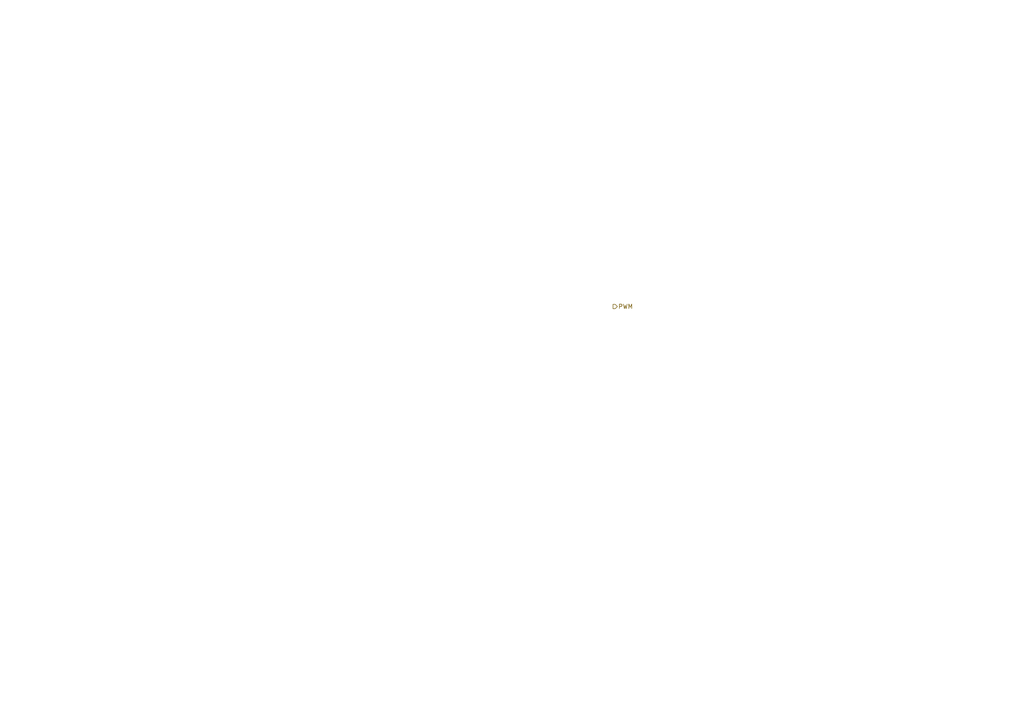
<source format=kicad_sch>
(kicad_sch (version 20230121) (generator eeschema)

  (uuid 7167b54e-e3c2-489b-be82-7c9bf9cddb55)

  (paper "A4")

  (lib_symbols
  )


  (hierarchical_label "PWM" (shape output) (at 177.8 88.9 0) (fields_autoplaced)
    (effects (font (size 1.27 1.27)) (justify left))
    (uuid f4a53709-1e26-491a-99de-af584208b45b)
  )
)

</source>
